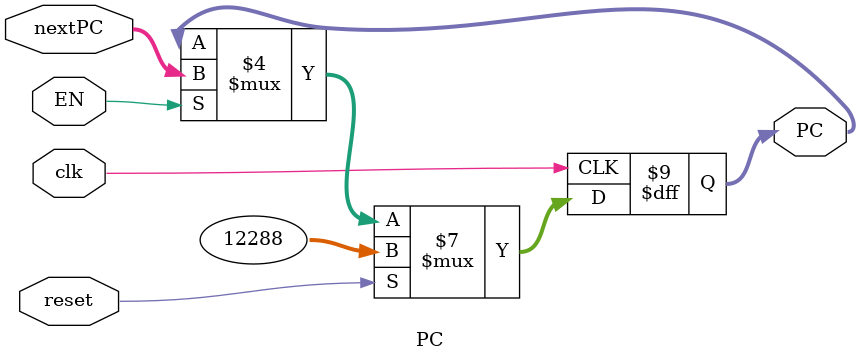
<source format=v>
`timescale 1ns / 1ps
module PC(
    input           clk,
    input           reset,
    input           EN,
    input [31:0]    nextPC,
    // output
    output reg [31:0] PC
    );
        
    initial begin
        PC = 32'h0000_3000;
    end
        
    always @(posedge clk) begin
        if (reset) begin
            PC <= 32'h0000_3000;
        end
        else if (EN) begin
            PC <= nextPC;
        end
        else begin
            PC <= PC;
        end
    end

endmodule

</source>
